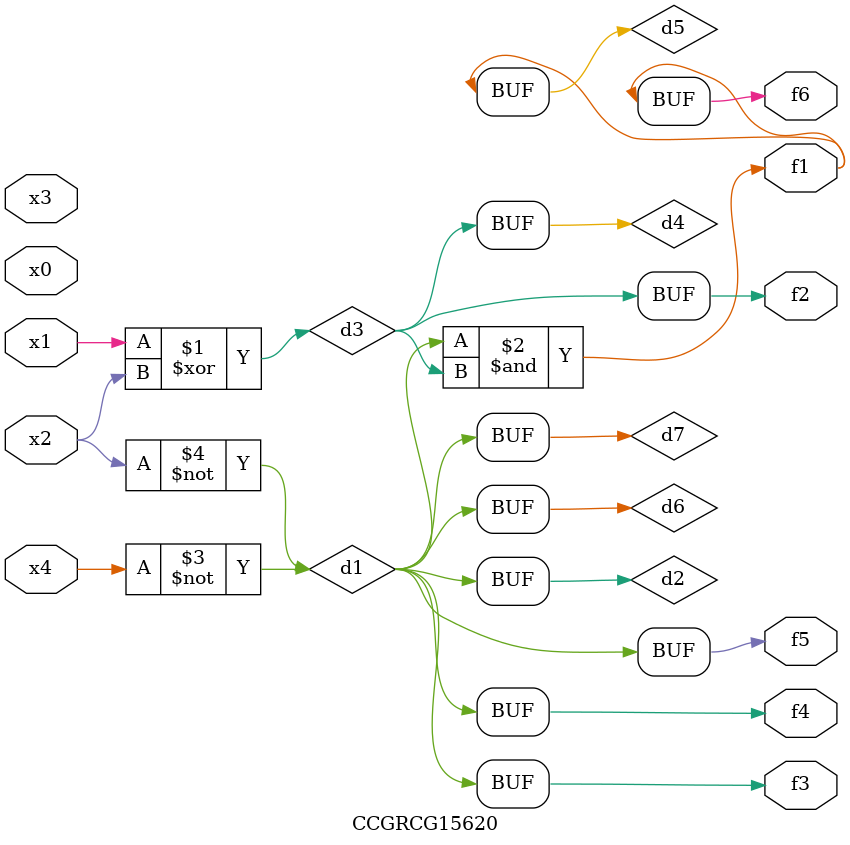
<source format=v>
module CCGRCG15620(
	input x0, x1, x2, x3, x4,
	output f1, f2, f3, f4, f5, f6
);

	wire d1, d2, d3, d4, d5, d6, d7;

	not (d1, x4);
	not (d2, x2);
	xor (d3, x1, x2);
	buf (d4, d3);
	and (d5, d1, d3);
	buf (d6, d1, d2);
	buf (d7, d2);
	assign f1 = d5;
	assign f2 = d4;
	assign f3 = d7;
	assign f4 = d7;
	assign f5 = d7;
	assign f6 = d5;
endmodule

</source>
